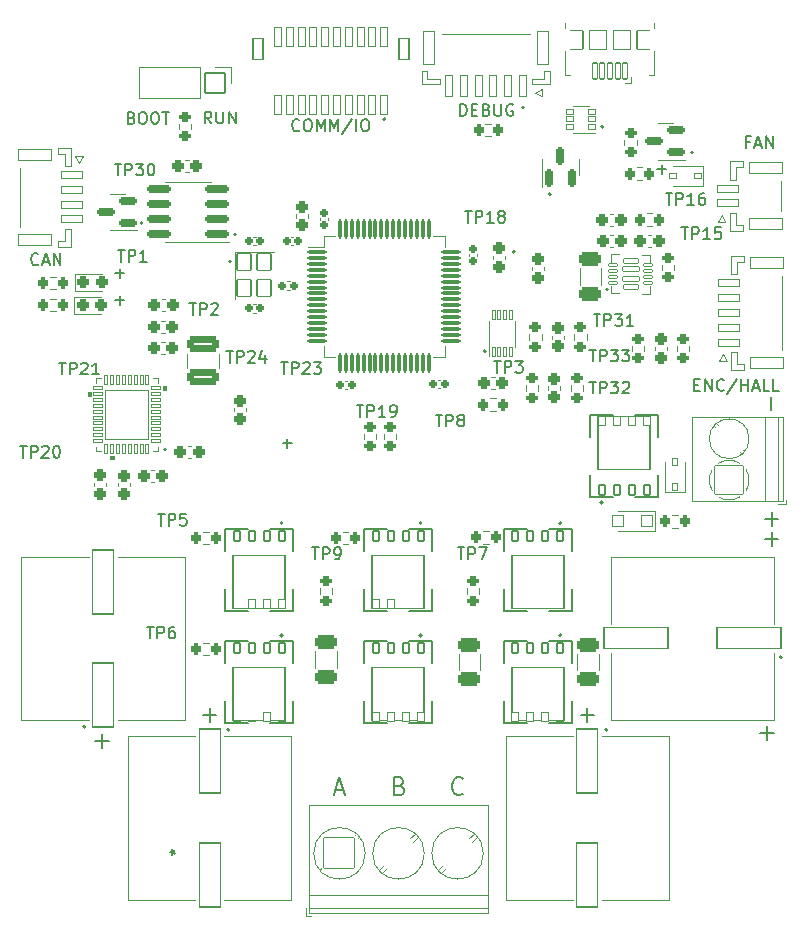
<source format=gto>
G04 #@! TF.GenerationSoftware,KiCad,Pcbnew,(6.0.2)*
G04 #@! TF.CreationDate,2022-07-28T14:34:32+02:00*
G04 #@! TF.ProjectId,progetto_motor_controller,70726f67-6574-4746-9f5f-6d6f746f725f,rev?*
G04 #@! TF.SameCoordinates,Original*
G04 #@! TF.FileFunction,Legend,Top*
G04 #@! TF.FilePolarity,Positive*
%FSLAX46Y46*%
G04 Gerber Fmt 4.6, Leading zero omitted, Abs format (unit mm)*
G04 Created by KiCad (PCBNEW (6.0.2)) date 2022-07-28 14:34:32*
%MOMM*%
%LPD*%
G01*
G04 APERTURE LIST*
G04 Aperture macros list*
%AMRoundRect*
0 Rectangle with rounded corners*
0 $1 Rounding radius*
0 $2 $3 $4 $5 $6 $7 $8 $9 X,Y pos of 4 corners*
0 Add a 4 corners polygon primitive as box body*
4,1,4,$2,$3,$4,$5,$6,$7,$8,$9,$2,$3,0*
0 Add four circle primitives for the rounded corners*
1,1,$1+$1,$2,$3*
1,1,$1+$1,$4,$5*
1,1,$1+$1,$6,$7*
1,1,$1+$1,$8,$9*
0 Add four rect primitives between the rounded corners*
20,1,$1+$1,$2,$3,$4,$5,0*
20,1,$1+$1,$4,$5,$6,$7,0*
20,1,$1+$1,$6,$7,$8,$9,0*
20,1,$1+$1,$8,$9,$2,$3,0*%
%AMFreePoly0*
4,1,14,0.305355,0.140355,0.320000,0.105000,0.320000,0.070500,0.304905,0.034700,0.124905,-0.140800,0.090000,-0.155000,-0.090000,-0.155000,-0.125355,-0.140355,-0.140000,-0.105000,-0.140000,0.105000,-0.125355,0.140355,-0.090000,0.155000,0.270000,0.155000,0.305355,0.140355,0.305355,0.140355,$1*%
%AMFreePoly1*
4,1,14,0.125355,0.140355,0.140000,0.105000,0.140000,-0.105000,0.125355,-0.140355,0.090000,-0.155000,-0.090000,-0.155000,-0.124905,-0.140800,-0.304905,0.034700,-0.320000,0.070500,-0.320000,0.105000,-0.305355,0.140355,-0.270000,0.155000,0.090000,0.155000,0.125355,0.140355,0.125355,0.140355,$1*%
G04 Aperture macros list end*
%ADD10C,0.200000*%
%ADD11C,0.153000*%
%ADD12C,0.150000*%
%ADD13C,0.120000*%
%ADD14C,0.100000*%
%ADD15C,0.650000*%
%ADD16C,0.296000*%
%ADD17RoundRect,0.250000X0.275000X-0.200000X0.275000X0.200000X-0.275000X0.200000X-0.275000X-0.200000X0*%
%ADD18RoundRect,0.268750X-0.218750X-0.256250X0.218750X-0.256250X0.218750X0.256250X-0.218750X0.256250X0*%
%ADD19RoundRect,0.050000X0.898499X-2.701899X0.898499X2.701899X-0.898499X2.701899X-0.898499X-2.701899X0*%
%ADD20RoundRect,0.050000X0.200000X0.675000X-0.200000X0.675000X-0.200000X-0.675000X0.200000X-0.675000X0*%
%ADD21O,1.350000X1.050000*%
%ADD22RoundRect,0.050000X0.600000X0.775000X-0.600000X0.775000X-0.600000X-0.775000X0.600000X-0.775000X0*%
%ADD23O,0.990000X1.650000*%
%ADD24RoundRect,0.050000X0.750000X0.775000X-0.750000X0.775000X-0.750000X-0.775000X0.750000X-0.775000X0*%
%ADD25RoundRect,0.250000X0.200000X0.275000X-0.200000X0.275000X-0.200000X-0.275000X0.200000X-0.275000X0*%
%ADD26RoundRect,0.050000X0.500000X0.500000X-0.500000X0.500000X-0.500000X-0.500000X0.500000X-0.500000X0*%
%ADD27RoundRect,0.300000X0.650000X-0.325000X0.650000X0.325000X-0.650000X0.325000X-0.650000X-0.325000X0*%
%ADD28C,1.100000*%
%ADD29RoundRect,0.250000X-0.200000X-0.275000X0.200000X-0.275000X0.200000X0.275000X-0.200000X0.275000X0*%
%ADD30RoundRect,0.050000X2.701899X0.898499X-2.701899X0.898499X-2.701899X-0.898499X2.701899X-0.898499X0*%
%ADD31RoundRect,0.190000X-0.140000X-0.170000X0.140000X-0.170000X0.140000X0.170000X-0.140000X0.170000X0*%
%ADD32RoundRect,0.050000X0.300000X0.400000X-0.300000X0.400000X-0.300000X-0.400000X0.300000X-0.400000X0*%
%ADD33RoundRect,0.050000X2.205000X2.275000X-2.205000X2.275000X-2.205000X-2.275000X2.205000X-2.275000X0*%
%ADD34RoundRect,0.050000X0.250000X0.425000X-0.250000X0.425000X-0.250000X-0.425000X0.250000X-0.425000X0*%
%ADD35RoundRect,0.300000X-1.075000X0.375000X-1.075000X-0.375000X1.075000X-0.375000X1.075000X0.375000X0*%
%ADD36RoundRect,0.275000X-0.225000X-0.250000X0.225000X-0.250000X0.225000X0.250000X-0.225000X0.250000X0*%
%ADD37RoundRect,0.275000X0.250000X-0.225000X0.250000X0.225000X-0.250000X0.225000X-0.250000X-0.225000X0*%
%ADD38RoundRect,0.050000X0.700000X-0.195000X0.700000X0.195000X-0.700000X0.195000X-0.700000X-0.195000X0*%
%ADD39RoundRect,0.050000X0.350000X-0.125000X0.350000X0.125000X-0.350000X0.125000X-0.350000X-0.125000X0*%
%ADD40RoundRect,0.050000X0.625000X-0.195000X0.625000X0.195000X-0.625000X0.195000X-0.625000X-0.195000X0*%
%ADD41RoundRect,0.275000X0.225000X0.250000X-0.225000X0.250000X-0.225000X-0.250000X0.225000X-0.250000X0*%
%ADD42RoundRect,0.050000X-0.150000X-0.400000X0.150000X-0.400000X0.150000X0.400000X-0.150000X0.400000X0*%
%ADD43RoundRect,0.250000X-0.275000X0.200000X-0.275000X-0.200000X0.275000X-0.200000X0.275000X0.200000X0*%
%ADD44C,0.900000*%
%ADD45C,6.500000*%
%ADD46RoundRect,0.050000X0.325000X0.200000X-0.325000X0.200000X-0.325000X-0.200000X0.325000X-0.200000X0*%
%ADD47RoundRect,0.190000X-0.170000X0.140000X-0.170000X-0.140000X0.170000X-0.140000X0.170000X0.140000X0*%
%ADD48RoundRect,0.050000X0.300000X0.225000X-0.300000X0.225000X-0.300000X-0.225000X0.300000X-0.225000X0*%
%ADD49RoundRect,0.050000X1.200000X-1.200000X1.200000X1.200000X-1.200000X1.200000X-1.200000X-1.200000X0*%
%ADD50C,2.500000*%
%ADD51RoundRect,0.125000X-0.700000X-0.075000X0.700000X-0.075000X0.700000X0.075000X-0.700000X0.075000X0*%
%ADD52RoundRect,0.125000X-0.075000X-0.700000X0.075000X-0.700000X0.075000X0.700000X-0.075000X0.700000X0*%
%ADD53RoundRect,0.050000X1.400000X-0.500000X1.400000X0.500000X-1.400000X0.500000X-1.400000X-0.500000X0*%
%ADD54RoundRect,0.050000X0.900000X-0.300000X0.900000X0.300000X-0.900000X0.300000X-0.900000X-0.300000X0*%
%ADD55RoundRect,0.190000X0.170000X-0.140000X0.170000X0.140000X-0.170000X0.140000X-0.170000X-0.140000X0*%
%ADD56RoundRect,0.200000X0.587500X0.150000X-0.587500X0.150000X-0.587500X-0.150000X0.587500X-0.150000X0*%
%ADD57RoundRect,0.050000X-1.400000X0.500000X-1.400000X-0.500000X1.400000X-0.500000X1.400000X0.500000X0*%
%ADD58RoundRect,0.050000X-0.900000X0.300000X-0.900000X-0.300000X0.900000X-0.300000X0.900000X0.300000X0*%
%ADD59RoundRect,0.050000X0.225000X-0.300000X0.225000X0.300000X-0.225000X0.300000X-0.225000X-0.300000X0*%
%ADD60RoundRect,0.200000X0.150000X-0.587500X0.150000X0.587500X-0.150000X0.587500X-0.150000X-0.587500X0*%
%ADD61RoundRect,0.190000X0.140000X0.170000X-0.140000X0.170000X-0.140000X-0.170000X0.140000X-0.170000X0*%
%ADD62RoundRect,0.050000X-0.898499X2.701899X-0.898499X-2.701899X0.898499X-2.701899X0.898499X2.701899X0*%
%ADD63RoundRect,0.050000X0.425000X0.900000X-0.425000X0.900000X-0.425000X-0.900000X0.425000X-0.900000X0*%
%ADD64RoundRect,0.050000X-0.300000X-0.800000X0.300000X-0.800000X0.300000X0.800000X-0.300000X0.800000X0*%
%ADD65RoundRect,0.050000X0.300000X0.800000X-0.300000X0.800000X-0.300000X-0.800000X0.300000X-0.800000X0*%
%ADD66RoundRect,0.275000X-0.250000X0.225000X-0.250000X-0.225000X0.250000X-0.225000X0.250000X0.225000X0*%
%ADD67RoundRect,0.050000X-1.300000X-1.300000X1.300000X-1.300000X1.300000X1.300000X-1.300000X1.300000X0*%
%ADD68C,2.700000*%
%ADD69RoundRect,0.050000X0.500000X1.400000X-0.500000X1.400000X-0.500000X-1.400000X0.500000X-1.400000X0*%
%ADD70RoundRect,0.050000X0.300000X0.900000X-0.300000X0.900000X-0.300000X-0.900000X0.300000X-0.900000X0*%
%ADD71RoundRect,0.050000X-0.850000X0.850000X-0.850000X-0.850000X0.850000X-0.850000X0.850000X0.850000X0*%
%ADD72O,1.800000X1.800000*%
%ADD73RoundRect,0.050000X-0.600000X0.700000X-0.600000X-0.700000X0.600000X-0.700000X0.600000X0.700000X0*%
%ADD74RoundRect,0.050000X-0.378599X0.127400X-0.378599X-0.127400X0.378599X-0.127400X0.378599X0.127400X0*%
%ADD75RoundRect,0.050000X0.127400X0.378599X-0.127400X0.378599X-0.127400X-0.378599X0.127400X-0.378599X0*%
%ADD76RoundRect,0.050000X1.854200X2.095500X-1.854200X2.095500X-1.854200X-2.095500X1.854200X-2.095500X0*%
%ADD77RoundRect,0.050000X-2.205000X-2.275000X2.205000X-2.275000X2.205000X2.275000X-2.205000X2.275000X0*%
%ADD78RoundRect,0.050000X-0.300000X-0.400000X0.300000X-0.400000X0.300000X0.400000X-0.300000X0.400000X0*%
%ADD79RoundRect,0.050000X-0.250000X-0.425000X0.250000X-0.425000X0.250000X0.425000X-0.250000X0.425000X0*%
%ADD80RoundRect,0.200000X0.825000X0.150000X-0.825000X0.150000X-0.825000X-0.150000X0.825000X-0.150000X0*%
%ADD81RoundRect,0.185000X0.135000X0.185000X-0.135000X0.185000X-0.135000X-0.185000X0.135000X-0.185000X0*%
%ADD82FreePoly0,0.000000*%
%ADD83FreePoly1,180.000000*%
%ADD84FreePoly0,180.000000*%
%ADD85FreePoly1,0.000000*%
%ADD86RoundRect,0.050000X0.000000X-0.339411X0.339411X0.000000X0.000000X0.339411X-0.339411X0.000000X0*%
G04 APERTURE END LIST*
D10*
X125850000Y-96200000D02*
G75*
G03*
X125850000Y-96200000I-100000J0D01*
G01*
X101850000Y-97050000D02*
G75*
G03*
X101850000Y-97050000I-100000J0D01*
G01*
X133350000Y-85650000D02*
G75*
G03*
X133350000Y-85650000I-100000J0D01*
G01*
X126650000Y-84000000D02*
G75*
G03*
X126650000Y-84000000I-100000J0D01*
G01*
X128900000Y-91350000D02*
G75*
G03*
X128900000Y-91350000I-100000J0D01*
G01*
X114900000Y-85000000D02*
G75*
G03*
X114900000Y-85000000I-100000J0D01*
G01*
X123400000Y-104650000D02*
G75*
G03*
X123400000Y-104650000I-100000J0D01*
G01*
X102250000Y-94750000D02*
G75*
G03*
X102250000Y-94750000I-100000J0D01*
G01*
X140950000Y-87800000D02*
G75*
G03*
X140950000Y-87800000I-100000J0D01*
G01*
X94350000Y-93800000D02*
G75*
G03*
X94350000Y-93800000I-100000J0D01*
G01*
X147028571Y-120557142D02*
X148171428Y-120557142D01*
X147600000Y-121128571D02*
X147600000Y-119985714D01*
X147028571Y-118857142D02*
X148171428Y-118857142D01*
X147600000Y-119428571D02*
X147600000Y-118285714D01*
D11*
X106219047Y-112421428D02*
X106980952Y-112421428D01*
X106600000Y-112802380D02*
X106600000Y-112040476D01*
D10*
X99428571Y-135457142D02*
X100571428Y-135457142D01*
X100000000Y-136028571D02*
X100000000Y-134885714D01*
X121464285Y-142085714D02*
X121392857Y-142157142D01*
X121178571Y-142228571D01*
X121035714Y-142228571D01*
X120821428Y-142157142D01*
X120678571Y-142014285D01*
X120607142Y-141871428D01*
X120535714Y-141585714D01*
X120535714Y-141371428D01*
X120607142Y-141085714D01*
X120678571Y-140942857D01*
X120821428Y-140800000D01*
X121035714Y-140728571D01*
X121178571Y-140728571D01*
X121392857Y-140800000D01*
X121464285Y-140871428D01*
X116107142Y-141442857D02*
X116321428Y-141514285D01*
X116392857Y-141585714D01*
X116464285Y-141728571D01*
X116464285Y-141942857D01*
X116392857Y-142085714D01*
X116321428Y-142157142D01*
X116178571Y-142228571D01*
X115607142Y-142228571D01*
X115607142Y-140728571D01*
X116107142Y-140728571D01*
X116250000Y-140800000D01*
X116321428Y-140871428D01*
X116392857Y-141014285D01*
X116392857Y-141157142D01*
X116321428Y-141300000D01*
X116250000Y-141371428D01*
X116107142Y-141442857D01*
X115607142Y-141442857D01*
D11*
X137919047Y-89221428D02*
X138680952Y-89221428D01*
X138300000Y-89602380D02*
X138300000Y-88840476D01*
D10*
X90328571Y-137657142D02*
X91471428Y-137657142D01*
X90900000Y-138228571D02*
X90900000Y-137085714D01*
X121211904Y-84702380D02*
X121211904Y-83702380D01*
X121450000Y-83702380D01*
X121592857Y-83750000D01*
X121688095Y-83845238D01*
X121735714Y-83940476D01*
X121783333Y-84130952D01*
X121783333Y-84273809D01*
X121735714Y-84464285D01*
X121688095Y-84559523D01*
X121592857Y-84654761D01*
X121450000Y-84702380D01*
X121211904Y-84702380D01*
X122211904Y-84178571D02*
X122545238Y-84178571D01*
X122688095Y-84702380D02*
X122211904Y-84702380D01*
X122211904Y-83702380D01*
X122688095Y-83702380D01*
X123450000Y-84178571D02*
X123592857Y-84226190D01*
X123640476Y-84273809D01*
X123688095Y-84369047D01*
X123688095Y-84511904D01*
X123640476Y-84607142D01*
X123592857Y-84654761D01*
X123497619Y-84702380D01*
X123116666Y-84702380D01*
X123116666Y-83702380D01*
X123450000Y-83702380D01*
X123545238Y-83750000D01*
X123592857Y-83797619D01*
X123640476Y-83892857D01*
X123640476Y-83988095D01*
X123592857Y-84083333D01*
X123545238Y-84130952D01*
X123450000Y-84178571D01*
X123116666Y-84178571D01*
X124116666Y-83702380D02*
X124116666Y-84511904D01*
X124164285Y-84607142D01*
X124211904Y-84654761D01*
X124307142Y-84702380D01*
X124497619Y-84702380D01*
X124592857Y-84654761D01*
X124640476Y-84607142D01*
X124688095Y-84511904D01*
X124688095Y-83702380D01*
X125688095Y-83750000D02*
X125592857Y-83702380D01*
X125450000Y-83702380D01*
X125307142Y-83750000D01*
X125211904Y-83845238D01*
X125164285Y-83940476D01*
X125116666Y-84130952D01*
X125116666Y-84273809D01*
X125164285Y-84464285D01*
X125211904Y-84559523D01*
X125307142Y-84654761D01*
X125450000Y-84702380D01*
X125545238Y-84702380D01*
X125688095Y-84654761D01*
X125735714Y-84607142D01*
X125735714Y-84273809D01*
X125545238Y-84273809D01*
D11*
X92019047Y-100321428D02*
X92780952Y-100321428D01*
X92400000Y-100702380D02*
X92400000Y-99940476D01*
X92019047Y-98021428D02*
X92780952Y-98021428D01*
X92400000Y-98402380D02*
X92400000Y-97640476D01*
D10*
X107607142Y-85907142D02*
X107559523Y-85954761D01*
X107416666Y-86002380D01*
X107321428Y-86002380D01*
X107178571Y-85954761D01*
X107083333Y-85859523D01*
X107035714Y-85764285D01*
X106988095Y-85573809D01*
X106988095Y-85430952D01*
X107035714Y-85240476D01*
X107083333Y-85145238D01*
X107178571Y-85050000D01*
X107321428Y-85002380D01*
X107416666Y-85002380D01*
X107559523Y-85050000D01*
X107607142Y-85097619D01*
X108226190Y-85002380D02*
X108416666Y-85002380D01*
X108511904Y-85050000D01*
X108607142Y-85145238D01*
X108654761Y-85335714D01*
X108654761Y-85669047D01*
X108607142Y-85859523D01*
X108511904Y-85954761D01*
X108416666Y-86002380D01*
X108226190Y-86002380D01*
X108130952Y-85954761D01*
X108035714Y-85859523D01*
X107988095Y-85669047D01*
X107988095Y-85335714D01*
X108035714Y-85145238D01*
X108130952Y-85050000D01*
X108226190Y-85002380D01*
X109083333Y-86002380D02*
X109083333Y-85002380D01*
X109416666Y-85716666D01*
X109750000Y-85002380D01*
X109750000Y-86002380D01*
X110226190Y-86002380D02*
X110226190Y-85002380D01*
X110559523Y-85716666D01*
X110892857Y-85002380D01*
X110892857Y-86002380D01*
X112083333Y-84954761D02*
X111226190Y-86240476D01*
X112416666Y-86002380D02*
X112416666Y-85002380D01*
X113083333Y-85002380D02*
X113273809Y-85002380D01*
X113369047Y-85050000D01*
X113464285Y-85145238D01*
X113511904Y-85335714D01*
X113511904Y-85669047D01*
X113464285Y-85859523D01*
X113369047Y-85954761D01*
X113273809Y-86002380D01*
X113083333Y-86002380D01*
X112988095Y-85954761D01*
X112892857Y-85859523D01*
X112845238Y-85669047D01*
X112845238Y-85335714D01*
X112892857Y-85145238D01*
X112988095Y-85050000D01*
X113083333Y-85002380D01*
X145740476Y-86928571D02*
X145407142Y-86928571D01*
X145407142Y-87452380D02*
X145407142Y-86452380D01*
X145883333Y-86452380D01*
X146216666Y-87166666D02*
X146692857Y-87166666D01*
X146121428Y-87452380D02*
X146454761Y-86452380D01*
X146788095Y-87452380D01*
X147121428Y-87452380D02*
X147121428Y-86452380D01*
X147692857Y-87452380D01*
X147692857Y-86452380D01*
X146628571Y-136957142D02*
X147771428Y-136957142D01*
X147200000Y-137528571D02*
X147200000Y-136385714D01*
X100161904Y-85352380D02*
X99828571Y-84876190D01*
X99590476Y-85352380D02*
X99590476Y-84352380D01*
X99971428Y-84352380D01*
X100066666Y-84400000D01*
X100114285Y-84447619D01*
X100161904Y-84542857D01*
X100161904Y-84685714D01*
X100114285Y-84780952D01*
X100066666Y-84828571D01*
X99971428Y-84876190D01*
X99590476Y-84876190D01*
X100590476Y-84352380D02*
X100590476Y-85161904D01*
X100638095Y-85257142D01*
X100685714Y-85304761D01*
X100780952Y-85352380D01*
X100971428Y-85352380D01*
X101066666Y-85304761D01*
X101114285Y-85257142D01*
X101161904Y-85161904D01*
X101161904Y-84352380D01*
X101638095Y-85352380D02*
X101638095Y-84352380D01*
X102209523Y-85352380D01*
X102209523Y-84352380D01*
X85507142Y-97257142D02*
X85459523Y-97304761D01*
X85316666Y-97352380D01*
X85221428Y-97352380D01*
X85078571Y-97304761D01*
X84983333Y-97209523D01*
X84935714Y-97114285D01*
X84888095Y-96923809D01*
X84888095Y-96780952D01*
X84935714Y-96590476D01*
X84983333Y-96495238D01*
X85078571Y-96400000D01*
X85221428Y-96352380D01*
X85316666Y-96352380D01*
X85459523Y-96400000D01*
X85507142Y-96447619D01*
X85888095Y-97066666D02*
X86364285Y-97066666D01*
X85792857Y-97352380D02*
X86126190Y-96352380D01*
X86459523Y-97352380D01*
X86792857Y-97352380D02*
X86792857Y-96352380D01*
X87364285Y-97352380D01*
X87364285Y-96352380D01*
X131428571Y-135457142D02*
X132571428Y-135457142D01*
X132000000Y-136028571D02*
X132000000Y-134885714D01*
X93392857Y-84878571D02*
X93535714Y-84926190D01*
X93583333Y-84973809D01*
X93630952Y-85069047D01*
X93630952Y-85211904D01*
X93583333Y-85307142D01*
X93535714Y-85354761D01*
X93440476Y-85402380D01*
X93059523Y-85402380D01*
X93059523Y-84402380D01*
X93392857Y-84402380D01*
X93488095Y-84450000D01*
X93535714Y-84497619D01*
X93583333Y-84592857D01*
X93583333Y-84688095D01*
X93535714Y-84783333D01*
X93488095Y-84830952D01*
X93392857Y-84878571D01*
X93059523Y-84878571D01*
X94250000Y-84402380D02*
X94440476Y-84402380D01*
X94535714Y-84450000D01*
X94630952Y-84545238D01*
X94678571Y-84735714D01*
X94678571Y-85069047D01*
X94630952Y-85259523D01*
X94535714Y-85354761D01*
X94440476Y-85402380D01*
X94250000Y-85402380D01*
X94154761Y-85354761D01*
X94059523Y-85259523D01*
X94011904Y-85069047D01*
X94011904Y-84735714D01*
X94059523Y-84545238D01*
X94154761Y-84450000D01*
X94250000Y-84402380D01*
X95297619Y-84402380D02*
X95488095Y-84402380D01*
X95583333Y-84450000D01*
X95678571Y-84545238D01*
X95726190Y-84735714D01*
X95726190Y-85069047D01*
X95678571Y-85259523D01*
X95583333Y-85354761D01*
X95488095Y-85402380D01*
X95297619Y-85402380D01*
X95202380Y-85354761D01*
X95107142Y-85259523D01*
X95059523Y-85069047D01*
X95059523Y-84735714D01*
X95107142Y-84545238D01*
X95202380Y-84450000D01*
X95297619Y-84402380D01*
X96011904Y-84402380D02*
X96583333Y-84402380D01*
X96297619Y-85402380D02*
X96297619Y-84402380D01*
X147507142Y-109621428D02*
X147507142Y-108478571D01*
X141026190Y-107478571D02*
X141359523Y-107478571D01*
X141502380Y-108002380D02*
X141026190Y-108002380D01*
X141026190Y-107002380D01*
X141502380Y-107002380D01*
X141930952Y-108002380D02*
X141930952Y-107002380D01*
X142502380Y-108002380D01*
X142502380Y-107002380D01*
X143550000Y-107907142D02*
X143502380Y-107954761D01*
X143359523Y-108002380D01*
X143264285Y-108002380D01*
X143121428Y-107954761D01*
X143026190Y-107859523D01*
X142978571Y-107764285D01*
X142930952Y-107573809D01*
X142930952Y-107430952D01*
X142978571Y-107240476D01*
X143026190Y-107145238D01*
X143121428Y-107050000D01*
X143264285Y-107002380D01*
X143359523Y-107002380D01*
X143502380Y-107050000D01*
X143550000Y-107097619D01*
X144692857Y-106954761D02*
X143835714Y-108240476D01*
X145026190Y-108002380D02*
X145026190Y-107002380D01*
X145026190Y-107478571D02*
X145597619Y-107478571D01*
X145597619Y-108002380D02*
X145597619Y-107002380D01*
X146026190Y-107716666D02*
X146502380Y-107716666D01*
X145930952Y-108002380D02*
X146264285Y-107002380D01*
X146597619Y-108002380D01*
X147407142Y-108002380D02*
X146930952Y-108002380D01*
X146930952Y-107002380D01*
X148216666Y-108002380D02*
X147740476Y-108002380D01*
X147740476Y-107002380D01*
X110642857Y-141800000D02*
X111357142Y-141800000D01*
X110500000Y-142228571D02*
X111000000Y-140728571D01*
X111500000Y-142228571D01*
D11*
X119138095Y-110002380D02*
X119709523Y-110002380D01*
X119423809Y-111002380D02*
X119423809Y-110002380D01*
X120042857Y-111002380D02*
X120042857Y-110002380D01*
X120423809Y-110002380D01*
X120519047Y-110050000D01*
X120566666Y-110097619D01*
X120614285Y-110192857D01*
X120614285Y-110335714D01*
X120566666Y-110430952D01*
X120519047Y-110478571D01*
X120423809Y-110526190D01*
X120042857Y-110526190D01*
X121185714Y-110430952D02*
X121090476Y-110383333D01*
X121042857Y-110335714D01*
X120995238Y-110240476D01*
X120995238Y-110192857D01*
X121042857Y-110097619D01*
X121090476Y-110050000D01*
X121185714Y-110002380D01*
X121376190Y-110002380D01*
X121471428Y-110050000D01*
X121519047Y-110097619D01*
X121566666Y-110192857D01*
X121566666Y-110240476D01*
X121519047Y-110335714D01*
X121471428Y-110383333D01*
X121376190Y-110430952D01*
X121185714Y-110430952D01*
X121090476Y-110478571D01*
X121042857Y-110526190D01*
X120995238Y-110621428D01*
X120995238Y-110811904D01*
X121042857Y-110907142D01*
X121090476Y-110954761D01*
X121185714Y-111002380D01*
X121376190Y-111002380D01*
X121471428Y-110954761D01*
X121519047Y-110907142D01*
X121566666Y-110811904D01*
X121566666Y-110621428D01*
X121519047Y-110526190D01*
X121471428Y-110478571D01*
X121376190Y-110430952D01*
X139961904Y-94152380D02*
X140533333Y-94152380D01*
X140247619Y-95152380D02*
X140247619Y-94152380D01*
X140866666Y-95152380D02*
X140866666Y-94152380D01*
X141247619Y-94152380D01*
X141342857Y-94200000D01*
X141390476Y-94247619D01*
X141438095Y-94342857D01*
X141438095Y-94485714D01*
X141390476Y-94580952D01*
X141342857Y-94628571D01*
X141247619Y-94676190D01*
X140866666Y-94676190D01*
X142390476Y-95152380D02*
X141819047Y-95152380D01*
X142104761Y-95152380D02*
X142104761Y-94152380D01*
X142009523Y-94295238D01*
X141914285Y-94390476D01*
X141819047Y-94438095D01*
X143295238Y-94152380D02*
X142819047Y-94152380D01*
X142771428Y-94628571D01*
X142819047Y-94580952D01*
X142914285Y-94533333D01*
X143152380Y-94533333D01*
X143247619Y-94580952D01*
X143295238Y-94628571D01*
X143342857Y-94723809D01*
X143342857Y-94961904D01*
X143295238Y-95057142D01*
X143247619Y-95104761D01*
X143152380Y-95152380D01*
X142914285Y-95152380D01*
X142819047Y-95104761D01*
X142771428Y-95057142D01*
D12*
X108688095Y-121252380D02*
X109259523Y-121252380D01*
X108973809Y-122252380D02*
X108973809Y-121252380D01*
X109592857Y-122252380D02*
X109592857Y-121252380D01*
X109973809Y-121252380D01*
X110069047Y-121300000D01*
X110116666Y-121347619D01*
X110164285Y-121442857D01*
X110164285Y-121585714D01*
X110116666Y-121680952D01*
X110069047Y-121728571D01*
X109973809Y-121776190D01*
X109592857Y-121776190D01*
X110640476Y-122252380D02*
X110830952Y-122252380D01*
X110926190Y-122204761D01*
X110973809Y-122157142D01*
X111069047Y-122014285D01*
X111116666Y-121823809D01*
X111116666Y-121442857D01*
X111069047Y-121347619D01*
X111021428Y-121300000D01*
X110926190Y-121252380D01*
X110735714Y-121252380D01*
X110640476Y-121300000D01*
X110592857Y-121347619D01*
X110545238Y-121442857D01*
X110545238Y-121680952D01*
X110592857Y-121776190D01*
X110640476Y-121823809D01*
X110735714Y-121871428D01*
X110926190Y-121871428D01*
X111021428Y-121823809D01*
X111069047Y-121776190D01*
X111116666Y-121680952D01*
D11*
X112461904Y-109202380D02*
X113033333Y-109202380D01*
X112747619Y-110202380D02*
X112747619Y-109202380D01*
X113366666Y-110202380D02*
X113366666Y-109202380D01*
X113747619Y-109202380D01*
X113842857Y-109250000D01*
X113890476Y-109297619D01*
X113938095Y-109392857D01*
X113938095Y-109535714D01*
X113890476Y-109630952D01*
X113842857Y-109678571D01*
X113747619Y-109726190D01*
X113366666Y-109726190D01*
X114890476Y-110202380D02*
X114319047Y-110202380D01*
X114604761Y-110202380D02*
X114604761Y-109202380D01*
X114509523Y-109345238D01*
X114414285Y-109440476D01*
X114319047Y-109488095D01*
X115366666Y-110202380D02*
X115557142Y-110202380D01*
X115652380Y-110154761D01*
X115700000Y-110107142D01*
X115795238Y-109964285D01*
X115842857Y-109773809D01*
X115842857Y-109392857D01*
X115795238Y-109297619D01*
X115747619Y-109250000D01*
X115652380Y-109202380D01*
X115461904Y-109202380D01*
X115366666Y-109250000D01*
X115319047Y-109297619D01*
X115271428Y-109392857D01*
X115271428Y-109630952D01*
X115319047Y-109726190D01*
X115366666Y-109773809D01*
X115461904Y-109821428D01*
X115652380Y-109821428D01*
X115747619Y-109773809D01*
X115795238Y-109726190D01*
X115842857Y-109630952D01*
X132161904Y-104502380D02*
X132733333Y-104502380D01*
X132447619Y-105502380D02*
X132447619Y-104502380D01*
X133066666Y-105502380D02*
X133066666Y-104502380D01*
X133447619Y-104502380D01*
X133542857Y-104550000D01*
X133590476Y-104597619D01*
X133638095Y-104692857D01*
X133638095Y-104835714D01*
X133590476Y-104930952D01*
X133542857Y-104978571D01*
X133447619Y-105026190D01*
X133066666Y-105026190D01*
X133971428Y-104502380D02*
X134590476Y-104502380D01*
X134257142Y-104883333D01*
X134400000Y-104883333D01*
X134495238Y-104930952D01*
X134542857Y-104978571D01*
X134590476Y-105073809D01*
X134590476Y-105311904D01*
X134542857Y-105407142D01*
X134495238Y-105454761D01*
X134400000Y-105502380D01*
X134114285Y-105502380D01*
X134019047Y-105454761D01*
X133971428Y-105407142D01*
X134923809Y-104502380D02*
X135542857Y-104502380D01*
X135209523Y-104883333D01*
X135352380Y-104883333D01*
X135447619Y-104930952D01*
X135495238Y-104978571D01*
X135542857Y-105073809D01*
X135542857Y-105311904D01*
X135495238Y-105407142D01*
X135447619Y-105454761D01*
X135352380Y-105502380D01*
X135066666Y-105502380D01*
X134971428Y-105454761D01*
X134923809Y-105407142D01*
X91961904Y-88752380D02*
X92533333Y-88752380D01*
X92247619Y-89752380D02*
X92247619Y-88752380D01*
X92866666Y-89752380D02*
X92866666Y-88752380D01*
X93247619Y-88752380D01*
X93342857Y-88800000D01*
X93390476Y-88847619D01*
X93438095Y-88942857D01*
X93438095Y-89085714D01*
X93390476Y-89180952D01*
X93342857Y-89228571D01*
X93247619Y-89276190D01*
X92866666Y-89276190D01*
X93771428Y-88752380D02*
X94390476Y-88752380D01*
X94057142Y-89133333D01*
X94200000Y-89133333D01*
X94295238Y-89180952D01*
X94342857Y-89228571D01*
X94390476Y-89323809D01*
X94390476Y-89561904D01*
X94342857Y-89657142D01*
X94295238Y-89704761D01*
X94200000Y-89752380D01*
X93914285Y-89752380D01*
X93819047Y-89704761D01*
X93771428Y-89657142D01*
X95009523Y-88752380D02*
X95104761Y-88752380D01*
X95200000Y-88800000D01*
X95247619Y-88847619D01*
X95295238Y-88942857D01*
X95342857Y-89133333D01*
X95342857Y-89371428D01*
X95295238Y-89561904D01*
X95247619Y-89657142D01*
X95200000Y-89704761D01*
X95104761Y-89752380D01*
X95009523Y-89752380D01*
X94914285Y-89704761D01*
X94866666Y-89657142D01*
X94819047Y-89561904D01*
X94771428Y-89371428D01*
X94771428Y-89133333D01*
X94819047Y-88942857D01*
X94866666Y-88847619D01*
X94914285Y-88800000D01*
X95009523Y-88752380D01*
X121013095Y-121252380D02*
X121584523Y-121252380D01*
X121298809Y-122252380D02*
X121298809Y-121252380D01*
X121917857Y-122252380D02*
X121917857Y-121252380D01*
X122298809Y-121252380D01*
X122394047Y-121300000D01*
X122441666Y-121347619D01*
X122489285Y-121442857D01*
X122489285Y-121585714D01*
X122441666Y-121680952D01*
X122394047Y-121728571D01*
X122298809Y-121776190D01*
X121917857Y-121776190D01*
X122822619Y-121252380D02*
X123489285Y-121252380D01*
X123060714Y-122252380D01*
X95638095Y-118402380D02*
X96209523Y-118402380D01*
X95923809Y-119402380D02*
X95923809Y-118402380D01*
X96542857Y-119402380D02*
X96542857Y-118402380D01*
X96923809Y-118402380D01*
X97019047Y-118450000D01*
X97066666Y-118497619D01*
X97114285Y-118592857D01*
X97114285Y-118735714D01*
X97066666Y-118830952D01*
X97019047Y-118878571D01*
X96923809Y-118926190D01*
X96542857Y-118926190D01*
X98019047Y-118402380D02*
X97542857Y-118402380D01*
X97495238Y-118878571D01*
X97542857Y-118830952D01*
X97638095Y-118783333D01*
X97876190Y-118783333D01*
X97971428Y-118830952D01*
X98019047Y-118878571D01*
X98066666Y-118973809D01*
X98066666Y-119211904D01*
X98019047Y-119307142D01*
X97971428Y-119354761D01*
X97876190Y-119402380D01*
X97638095Y-119402380D01*
X97542857Y-119354761D01*
X97495238Y-119307142D01*
X138611904Y-91252380D02*
X139183333Y-91252380D01*
X138897619Y-92252380D02*
X138897619Y-91252380D01*
X139516666Y-92252380D02*
X139516666Y-91252380D01*
X139897619Y-91252380D01*
X139992857Y-91300000D01*
X140040476Y-91347619D01*
X140088095Y-91442857D01*
X140088095Y-91585714D01*
X140040476Y-91680952D01*
X139992857Y-91728571D01*
X139897619Y-91776190D01*
X139516666Y-91776190D01*
X141040476Y-92252380D02*
X140469047Y-92252380D01*
X140754761Y-92252380D02*
X140754761Y-91252380D01*
X140659523Y-91395238D01*
X140564285Y-91490476D01*
X140469047Y-91538095D01*
X141897619Y-91252380D02*
X141707142Y-91252380D01*
X141611904Y-91300000D01*
X141564285Y-91347619D01*
X141469047Y-91490476D01*
X141421428Y-91680952D01*
X141421428Y-92061904D01*
X141469047Y-92157142D01*
X141516666Y-92204761D01*
X141611904Y-92252380D01*
X141802380Y-92252380D01*
X141897619Y-92204761D01*
X141945238Y-92157142D01*
X141992857Y-92061904D01*
X141992857Y-91823809D01*
X141945238Y-91728571D01*
X141897619Y-91680952D01*
X141802380Y-91633333D01*
X141611904Y-91633333D01*
X141516666Y-91680952D01*
X141469047Y-91728571D01*
X141421428Y-91823809D01*
X94688095Y-127952380D02*
X95259523Y-127952380D01*
X94973809Y-128952380D02*
X94973809Y-127952380D01*
X95592857Y-128952380D02*
X95592857Y-127952380D01*
X95973809Y-127952380D01*
X96069047Y-128000000D01*
X96116666Y-128047619D01*
X96164285Y-128142857D01*
X96164285Y-128285714D01*
X96116666Y-128380952D01*
X96069047Y-128428571D01*
X95973809Y-128476190D01*
X95592857Y-128476190D01*
X97021428Y-127952380D02*
X96830952Y-127952380D01*
X96735714Y-128000000D01*
X96688095Y-128047619D01*
X96592857Y-128190476D01*
X96545238Y-128380952D01*
X96545238Y-128761904D01*
X96592857Y-128857142D01*
X96640476Y-128904761D01*
X96735714Y-128952380D01*
X96926190Y-128952380D01*
X97021428Y-128904761D01*
X97069047Y-128857142D01*
X97116666Y-128761904D01*
X97116666Y-128523809D01*
X97069047Y-128428571D01*
X97021428Y-128380952D01*
X96926190Y-128333333D01*
X96735714Y-128333333D01*
X96640476Y-128380952D01*
X96592857Y-128428571D01*
X96545238Y-128523809D01*
X132511904Y-101502380D02*
X133083333Y-101502380D01*
X132797619Y-102502380D02*
X132797619Y-101502380D01*
X133416666Y-102502380D02*
X133416666Y-101502380D01*
X133797619Y-101502380D01*
X133892857Y-101550000D01*
X133940476Y-101597619D01*
X133988095Y-101692857D01*
X133988095Y-101835714D01*
X133940476Y-101930952D01*
X133892857Y-101978571D01*
X133797619Y-102026190D01*
X133416666Y-102026190D01*
X134321428Y-101502380D02*
X134940476Y-101502380D01*
X134607142Y-101883333D01*
X134750000Y-101883333D01*
X134845238Y-101930952D01*
X134892857Y-101978571D01*
X134940476Y-102073809D01*
X134940476Y-102311904D01*
X134892857Y-102407142D01*
X134845238Y-102454761D01*
X134750000Y-102502380D01*
X134464285Y-102502380D01*
X134369047Y-102454761D01*
X134321428Y-102407142D01*
X135892857Y-102502380D02*
X135321428Y-102502380D01*
X135607142Y-102502380D02*
X135607142Y-101502380D01*
X135511904Y-101645238D01*
X135416666Y-101740476D01*
X135321428Y-101788095D01*
X87266904Y-105602380D02*
X87838333Y-105602380D01*
X87552619Y-106602380D02*
X87552619Y-105602380D01*
X88171666Y-106602380D02*
X88171666Y-105602380D01*
X88552619Y-105602380D01*
X88647857Y-105650000D01*
X88695476Y-105697619D01*
X88743095Y-105792857D01*
X88743095Y-105935714D01*
X88695476Y-106030952D01*
X88647857Y-106078571D01*
X88552619Y-106126190D01*
X88171666Y-106126190D01*
X89124047Y-105697619D02*
X89171666Y-105650000D01*
X89266904Y-105602380D01*
X89505000Y-105602380D01*
X89600238Y-105650000D01*
X89647857Y-105697619D01*
X89695476Y-105792857D01*
X89695476Y-105888095D01*
X89647857Y-106030952D01*
X89076428Y-106602380D01*
X89695476Y-106602380D01*
X90647857Y-106602380D02*
X90076428Y-106602380D01*
X90362142Y-106602380D02*
X90362142Y-105602380D01*
X90266904Y-105745238D01*
X90171666Y-105840476D01*
X90076428Y-105888095D01*
D12*
X83961904Y-112652380D02*
X84533333Y-112652380D01*
X84247619Y-113652380D02*
X84247619Y-112652380D01*
X84866666Y-113652380D02*
X84866666Y-112652380D01*
X85247619Y-112652380D01*
X85342857Y-112700000D01*
X85390476Y-112747619D01*
X85438095Y-112842857D01*
X85438095Y-112985714D01*
X85390476Y-113080952D01*
X85342857Y-113128571D01*
X85247619Y-113176190D01*
X84866666Y-113176190D01*
X85819047Y-112747619D02*
X85866666Y-112700000D01*
X85961904Y-112652380D01*
X86200000Y-112652380D01*
X86295238Y-112700000D01*
X86342857Y-112747619D01*
X86390476Y-112842857D01*
X86390476Y-112938095D01*
X86342857Y-113080952D01*
X85771428Y-113652380D01*
X86390476Y-113652380D01*
X87009523Y-112652380D02*
X87104761Y-112652380D01*
X87200000Y-112700000D01*
X87247619Y-112747619D01*
X87295238Y-112842857D01*
X87342857Y-113033333D01*
X87342857Y-113271428D01*
X87295238Y-113461904D01*
X87247619Y-113557142D01*
X87200000Y-113604761D01*
X87104761Y-113652380D01*
X87009523Y-113652380D01*
X86914285Y-113604761D01*
X86866666Y-113557142D01*
X86819047Y-113461904D01*
X86771428Y-113271428D01*
X86771428Y-113033333D01*
X86819047Y-112842857D01*
X86866666Y-112747619D01*
X86914285Y-112700000D01*
X87009523Y-112652380D01*
D11*
X121616904Y-92752380D02*
X122188333Y-92752380D01*
X121902619Y-93752380D02*
X121902619Y-92752380D01*
X122521666Y-93752380D02*
X122521666Y-92752380D01*
X122902619Y-92752380D01*
X122997857Y-92800000D01*
X123045476Y-92847619D01*
X123093095Y-92942857D01*
X123093095Y-93085714D01*
X123045476Y-93180952D01*
X122997857Y-93228571D01*
X122902619Y-93276190D01*
X122521666Y-93276190D01*
X124045476Y-93752380D02*
X123474047Y-93752380D01*
X123759761Y-93752380D02*
X123759761Y-92752380D01*
X123664523Y-92895238D01*
X123569285Y-92990476D01*
X123474047Y-93038095D01*
X124616904Y-93180952D02*
X124521666Y-93133333D01*
X124474047Y-93085714D01*
X124426428Y-92990476D01*
X124426428Y-92942857D01*
X124474047Y-92847619D01*
X124521666Y-92800000D01*
X124616904Y-92752380D01*
X124807380Y-92752380D01*
X124902619Y-92800000D01*
X124950238Y-92847619D01*
X124997857Y-92942857D01*
X124997857Y-92990476D01*
X124950238Y-93085714D01*
X124902619Y-93133333D01*
X124807380Y-93180952D01*
X124616904Y-93180952D01*
X124521666Y-93228571D01*
X124474047Y-93276190D01*
X124426428Y-93371428D01*
X124426428Y-93561904D01*
X124474047Y-93657142D01*
X124521666Y-93704761D01*
X124616904Y-93752380D01*
X124807380Y-93752380D01*
X124902619Y-93704761D01*
X124950238Y-93657142D01*
X124997857Y-93561904D01*
X124997857Y-93371428D01*
X124950238Y-93276190D01*
X124902619Y-93228571D01*
X124807380Y-93180952D01*
X101411904Y-104602380D02*
X101983333Y-104602380D01*
X101697619Y-105602380D02*
X101697619Y-104602380D01*
X102316666Y-105602380D02*
X102316666Y-104602380D01*
X102697619Y-104602380D01*
X102792857Y-104650000D01*
X102840476Y-104697619D01*
X102888095Y-104792857D01*
X102888095Y-104935714D01*
X102840476Y-105030952D01*
X102792857Y-105078571D01*
X102697619Y-105126190D01*
X102316666Y-105126190D01*
X103269047Y-104697619D02*
X103316666Y-104650000D01*
X103411904Y-104602380D01*
X103650000Y-104602380D01*
X103745238Y-104650000D01*
X103792857Y-104697619D01*
X103840476Y-104792857D01*
X103840476Y-104888095D01*
X103792857Y-105030952D01*
X103221428Y-105602380D01*
X103840476Y-105602380D01*
X104697619Y-104935714D02*
X104697619Y-105602380D01*
X104459523Y-104554761D02*
X104221428Y-105269047D01*
X104840476Y-105269047D01*
X124088095Y-105452380D02*
X124659523Y-105452380D01*
X124373809Y-106452380D02*
X124373809Y-105452380D01*
X124992857Y-106452380D02*
X124992857Y-105452380D01*
X125373809Y-105452380D01*
X125469047Y-105500000D01*
X125516666Y-105547619D01*
X125564285Y-105642857D01*
X125564285Y-105785714D01*
X125516666Y-105880952D01*
X125469047Y-105928571D01*
X125373809Y-105976190D01*
X124992857Y-105976190D01*
X125897619Y-105452380D02*
X126516666Y-105452380D01*
X126183333Y-105833333D01*
X126326190Y-105833333D01*
X126421428Y-105880952D01*
X126469047Y-105928571D01*
X126516666Y-106023809D01*
X126516666Y-106261904D01*
X126469047Y-106357142D01*
X126421428Y-106404761D01*
X126326190Y-106452380D01*
X126040476Y-106452380D01*
X125945238Y-106404761D01*
X125897619Y-106357142D01*
X92238095Y-96052380D02*
X92809523Y-96052380D01*
X92523809Y-97052380D02*
X92523809Y-96052380D01*
X93142857Y-97052380D02*
X93142857Y-96052380D01*
X93523809Y-96052380D01*
X93619047Y-96100000D01*
X93666666Y-96147619D01*
X93714285Y-96242857D01*
X93714285Y-96385714D01*
X93666666Y-96480952D01*
X93619047Y-96528571D01*
X93523809Y-96576190D01*
X93142857Y-96576190D01*
X94666666Y-97052380D02*
X94095238Y-97052380D01*
X94380952Y-97052380D02*
X94380952Y-96052380D01*
X94285714Y-96195238D01*
X94190476Y-96290476D01*
X94095238Y-96338095D01*
X132161904Y-107202380D02*
X132733333Y-107202380D01*
X132447619Y-108202380D02*
X132447619Y-107202380D01*
X133066666Y-108202380D02*
X133066666Y-107202380D01*
X133447619Y-107202380D01*
X133542857Y-107250000D01*
X133590476Y-107297619D01*
X133638095Y-107392857D01*
X133638095Y-107535714D01*
X133590476Y-107630952D01*
X133542857Y-107678571D01*
X133447619Y-107726190D01*
X133066666Y-107726190D01*
X133971428Y-107202380D02*
X134590476Y-107202380D01*
X134257142Y-107583333D01*
X134400000Y-107583333D01*
X134495238Y-107630952D01*
X134542857Y-107678571D01*
X134590476Y-107773809D01*
X134590476Y-108011904D01*
X134542857Y-108107142D01*
X134495238Y-108154761D01*
X134400000Y-108202380D01*
X134114285Y-108202380D01*
X134019047Y-108154761D01*
X133971428Y-108107142D01*
X134971428Y-107297619D02*
X135019047Y-107250000D01*
X135114285Y-107202380D01*
X135352380Y-107202380D01*
X135447619Y-107250000D01*
X135495238Y-107297619D01*
X135542857Y-107392857D01*
X135542857Y-107488095D01*
X135495238Y-107630952D01*
X134923809Y-108202380D01*
X135542857Y-108202380D01*
X98288095Y-100552380D02*
X98859523Y-100552380D01*
X98573809Y-101552380D02*
X98573809Y-100552380D01*
X99192857Y-101552380D02*
X99192857Y-100552380D01*
X99573809Y-100552380D01*
X99669047Y-100600000D01*
X99716666Y-100647619D01*
X99764285Y-100742857D01*
X99764285Y-100885714D01*
X99716666Y-100980952D01*
X99669047Y-101028571D01*
X99573809Y-101076190D01*
X99192857Y-101076190D01*
X100145238Y-100647619D02*
X100192857Y-100600000D01*
X100288095Y-100552380D01*
X100526190Y-100552380D01*
X100621428Y-100600000D01*
X100669047Y-100647619D01*
X100716666Y-100742857D01*
X100716666Y-100838095D01*
X100669047Y-100980952D01*
X100097619Y-101552380D01*
X100716666Y-101552380D01*
X106061904Y-105552380D02*
X106633333Y-105552380D01*
X106347619Y-106552380D02*
X106347619Y-105552380D01*
X106966666Y-106552380D02*
X106966666Y-105552380D01*
X107347619Y-105552380D01*
X107442857Y-105600000D01*
X107490476Y-105647619D01*
X107538095Y-105742857D01*
X107538095Y-105885714D01*
X107490476Y-105980952D01*
X107442857Y-106028571D01*
X107347619Y-106076190D01*
X106966666Y-106076190D01*
X107919047Y-105647619D02*
X107966666Y-105600000D01*
X108061904Y-105552380D01*
X108300000Y-105552380D01*
X108395238Y-105600000D01*
X108442857Y-105647619D01*
X108490476Y-105742857D01*
X108490476Y-105838095D01*
X108442857Y-105980952D01*
X107871428Y-106552380D01*
X108490476Y-106552380D01*
X108823809Y-105552380D02*
X109442857Y-105552380D01*
X109109523Y-105933333D01*
X109252380Y-105933333D01*
X109347619Y-105980952D01*
X109395238Y-106028571D01*
X109442857Y-106123809D01*
X109442857Y-106361904D01*
X109395238Y-106457142D01*
X109347619Y-106504761D01*
X109252380Y-106552380D01*
X108966666Y-106552380D01*
X108871428Y-106504761D01*
X108823809Y-106457142D01*
D12*
X96652380Y-147050000D02*
X96890476Y-147050000D01*
X96795238Y-147288095D02*
X96890476Y-147050000D01*
X96795238Y-146811904D01*
X97080952Y-147192857D02*
X96890476Y-147050000D01*
X97080952Y-146907142D01*
D13*
X127822500Y-107987258D02*
X127822500Y-107512742D01*
X126777500Y-107987258D02*
X126777500Y-107512742D01*
X88615000Y-98065000D02*
X88615000Y-99535000D01*
X88615000Y-99535000D02*
X90900000Y-99535000D01*
X90900000Y-98065000D02*
X88615000Y-98065000D01*
X97921500Y-122028500D02*
X92231240Y-122028500D01*
X92231240Y-135871500D02*
X97921500Y-135871500D01*
X89768760Y-122028500D02*
X84078500Y-122028500D01*
X84078500Y-122028500D02*
X84078500Y-135871500D01*
X84078500Y-135871500D02*
X89768760Y-135871500D01*
X97921500Y-135871500D02*
X97921500Y-122028500D01*
D10*
X89495000Y-136420000D02*
G75*
G03*
X89495000Y-136420000I-100000J0D01*
G01*
D13*
X113077500Y-112112258D02*
X113077500Y-111637742D01*
X114122500Y-112112258D02*
X114122500Y-111637742D01*
X135660000Y-81440000D02*
X135660000Y-81890000D01*
X130140000Y-77260000D02*
X130140000Y-76860000D01*
X137660000Y-76860000D02*
X137660000Y-77260000D01*
X130140000Y-81210000D02*
X130560000Y-81210000D01*
X135210000Y-81890000D02*
X135660000Y-81890000D01*
X137660000Y-79230000D02*
X137660000Y-81210000D01*
X130140000Y-79230000D02*
X130140000Y-81210000D01*
X137660000Y-81210000D02*
X137240000Y-81210000D01*
X99937258Y-120972500D02*
X99462742Y-120972500D01*
X99937258Y-119927500D02*
X99462742Y-119927500D01*
X137700000Y-118150000D02*
X134550000Y-118150000D01*
X137700000Y-119850000D02*
X137700000Y-118150000D01*
X137700000Y-119850000D02*
X134550000Y-119850000D01*
X133160000Y-99011252D02*
X133160000Y-97588748D01*
X131340000Y-99011252D02*
X131340000Y-97588748D01*
X121090000Y-131661252D02*
X121090000Y-130238748D01*
X122910000Y-131661252D02*
X122910000Y-130238748D01*
X137012742Y-94022500D02*
X137487258Y-94022500D01*
X137012742Y-92977500D02*
X137487258Y-92977500D01*
X133968900Y-135871500D02*
X147811900Y-135871500D01*
X147811900Y-135871500D02*
X147811900Y-130181240D01*
X147811900Y-127718760D02*
X147811900Y-122028500D01*
X133968900Y-122028500D02*
X133968900Y-127718760D01*
X133968900Y-130181240D02*
X133968900Y-135871500D01*
X147811900Y-122028500D02*
X133968900Y-122028500D01*
D10*
X148460400Y-130555000D02*
G75*
G03*
X148460400Y-130555000I-100000J0D01*
G01*
D13*
X103692164Y-95660000D02*
X103907836Y-95660000D01*
X103692164Y-94940000D02*
X103907836Y-94940000D01*
X127077500Y-103687258D02*
X127077500Y-103212742D01*
X128122500Y-103687258D02*
X128122500Y-103212742D01*
D10*
X128750000Y-136150000D02*
X130650000Y-136150000D01*
X130650000Y-136150000D02*
X130650000Y-134250000D01*
X126850000Y-129150000D02*
X124950000Y-129150000D01*
X124950000Y-134250000D02*
X124950000Y-136150000D01*
X130650000Y-129150000D02*
X128750000Y-129150000D01*
X130650000Y-131050000D02*
X130650000Y-129150000D01*
X124950000Y-129150000D02*
X124950000Y-131050000D01*
X124950000Y-136150000D02*
X126850000Y-136150000D01*
X129800000Y-128700000D02*
G75*
G03*
X129800000Y-128700000I-100000J0D01*
G01*
D13*
X98090000Y-104847936D02*
X98090000Y-106052064D01*
X100810000Y-104847936D02*
X100810000Y-106052064D01*
X97959420Y-89460000D02*
X98240580Y-89460000D01*
X97959420Y-88440000D02*
X98240580Y-88440000D01*
X108310000Y-93340580D02*
X108310000Y-93059420D01*
X107290000Y-93340580D02*
X107290000Y-93059420D01*
D10*
X113120000Y-119650000D02*
X113120000Y-121550000D01*
X113120000Y-124750000D02*
X113120000Y-126650000D01*
X118820000Y-126650000D02*
X118820000Y-124750000D01*
X118820000Y-119650000D02*
X116920000Y-119650000D01*
X116920000Y-126650000D02*
X118820000Y-126650000D01*
X118820000Y-121550000D02*
X118820000Y-119650000D01*
X113120000Y-126650000D02*
X115020000Y-126650000D01*
X115020000Y-119650000D02*
X113120000Y-119650000D01*
X117970000Y-119200000D02*
G75*
G03*
X117970000Y-119200000I-100000J0D01*
G01*
D13*
X109327500Y-125187258D02*
X109327500Y-124712742D01*
X110372500Y-125187258D02*
X110372500Y-124712742D01*
X137300000Y-96450000D02*
X136637500Y-96450000D01*
X137300000Y-97100000D02*
X137300000Y-96450000D01*
X136650000Y-99756250D02*
X137300000Y-99756250D01*
X133993750Y-99100000D02*
X133993750Y-99750000D01*
X134650000Y-96443750D02*
X134000000Y-96443750D01*
X137300000Y-99756250D02*
X137300000Y-99093750D01*
X134000000Y-96443750D02*
X134000000Y-97106250D01*
X133993750Y-99750000D02*
X134656250Y-99750000D01*
D10*
X133750000Y-99400000D02*
G75*
G03*
X133750000Y-99400000I-100000J0D01*
G01*
X124950000Y-124750000D02*
X124950000Y-126650000D01*
X126850000Y-119650000D02*
X124950000Y-119650000D01*
X124950000Y-119650000D02*
X124950000Y-121550000D01*
X130650000Y-119650000D02*
X128750000Y-119650000D01*
X130650000Y-126650000D02*
X130650000Y-124750000D01*
X124950000Y-126650000D02*
X126850000Y-126650000D01*
X130650000Y-121550000D02*
X130650000Y-119650000D01*
X128750000Y-126650000D02*
X130650000Y-126650000D01*
X129800000Y-119200000D02*
G75*
G03*
X129800000Y-119200000I-100000J0D01*
G01*
D13*
X96190580Y-102040000D02*
X95909420Y-102040000D01*
X96190580Y-103060000D02*
X95909420Y-103060000D01*
X96190580Y-104860000D02*
X95909420Y-104860000D01*
X96190580Y-103840000D02*
X95909420Y-103840000D01*
X125900000Y-102050000D02*
X125900000Y-104250000D01*
X123700000Y-102050000D02*
X123700000Y-105050000D01*
X135127500Y-86712742D02*
X135127500Y-87187258D01*
X136172500Y-86712742D02*
X136172500Y-87187258D01*
X132150000Y-83840000D02*
X130750000Y-83840000D01*
X130750000Y-86160000D02*
X132650000Y-86160000D01*
X134190580Y-95810000D02*
X133909420Y-95810000D01*
X134190580Y-94790000D02*
X133909420Y-94790000D01*
X122660000Y-96392164D02*
X122660000Y-96607836D01*
X121940000Y-96392164D02*
X121940000Y-96607836D01*
X124237258Y-109672500D02*
X123762742Y-109672500D01*
X124237258Y-108627500D02*
X123762742Y-108627500D01*
D10*
X107050000Y-136150000D02*
X107050000Y-134250000D01*
X103250000Y-129150000D02*
X101350000Y-129150000D01*
X107050000Y-129150000D02*
X105150000Y-129150000D01*
X107050000Y-131050000D02*
X107050000Y-129150000D01*
X101350000Y-134250000D02*
X101350000Y-136150000D01*
X101350000Y-129150000D02*
X101350000Y-131050000D01*
X101350000Y-136150000D02*
X103250000Y-136150000D01*
X105150000Y-136150000D02*
X107050000Y-136150000D01*
X106200000Y-128700000D02*
G75*
G03*
X106200000Y-128700000I-100000J0D01*
G01*
D13*
X97377500Y-85837258D02*
X97377500Y-85362742D01*
X98422500Y-85837258D02*
X98422500Y-85362742D01*
X141800000Y-88950000D02*
X139250000Y-88950000D01*
X141800000Y-90650000D02*
X139250000Y-90650000D01*
X141800000Y-90650000D02*
X141800000Y-88950000D01*
X148100000Y-117360000D02*
X148100000Y-110240000D01*
X144941000Y-113195000D02*
X145069000Y-113324000D01*
X140840000Y-117360000D02*
X140840000Y-110240000D01*
X140840000Y-110240000D02*
X148560000Y-110240000D01*
X147000000Y-117360000D02*
X147000000Y-110240000D01*
X142725000Y-110980000D02*
X142819000Y-111074000D01*
X148800000Y-117600000D02*
X148800000Y-117200000D01*
X142931000Y-110775000D02*
X143059000Y-110904000D01*
X148560000Y-117360000D02*
X148560000Y-110240000D01*
X145181000Y-113025000D02*
X145274000Y-113119000D01*
X140840000Y-117360000D02*
X148560000Y-117360000D01*
X148160000Y-117600000D02*
X148800000Y-117600000D01*
X143134000Y-116990001D02*
G75*
G03*
X144889894Y-116975358I866000J1439999D01*
G01*
X144891000Y-114125000D02*
G75*
G03*
X143109807Y-114124496I-891000J-1425003D01*
G01*
X145440000Y-116416000D02*
G75*
G03*
X145680099Y-115521326I-1440014J866003D01*
G01*
X142559999Y-114684000D02*
G75*
G03*
X142574642Y-116439894I1439999J-866000D01*
G01*
X145680000Y-115550000D02*
G75*
G03*
X145424721Y-114659736I-1679990J3D01*
G01*
X145680000Y-112050000D02*
G75*
G03*
X145680000Y-112050000I-1680000J0D01*
G01*
X110640000Y-94890000D02*
X109690000Y-94890000D01*
X109690000Y-95840000D02*
X108350000Y-95840000D01*
X119910000Y-94890000D02*
X119910000Y-95840000D01*
X109690000Y-94890000D02*
X109690000Y-95840000D01*
X109690000Y-105110000D02*
X109690000Y-104160000D01*
X110640000Y-105110000D02*
X109690000Y-105110000D01*
X118960000Y-94890000D02*
X119910000Y-94890000D01*
X119910000Y-105110000D02*
X119910000Y-104160000D01*
X118960000Y-105110000D02*
X119910000Y-105110000D01*
X144050000Y-88550000D02*
X144050000Y-90100000D01*
X143650000Y-93725000D02*
X143350000Y-93125000D01*
X144550000Y-92900000D02*
X144550000Y-93950000D01*
X144550000Y-90100000D02*
X144550000Y-89050000D01*
X144550000Y-93950000D02*
X145150000Y-93950000D01*
X143350000Y-93125000D02*
X143050000Y-93725000D01*
X145150000Y-94450000D02*
X144050000Y-94450000D01*
X145150000Y-93950000D02*
X145150000Y-94450000D01*
X144050000Y-94450000D02*
X144050000Y-92900000D01*
X145150000Y-89050000D02*
X145150000Y-88550000D01*
X144050000Y-92900000D02*
X144550000Y-92900000D01*
X145150000Y-88550000D02*
X144050000Y-88550000D01*
X143050000Y-93725000D02*
X143650000Y-93725000D01*
X144550000Y-89050000D02*
X145150000Y-89050000D01*
X148350000Y-92750000D02*
X148350000Y-90250000D01*
X144050000Y-90100000D02*
X144550000Y-90100000D01*
X96240580Y-101210000D02*
X95959420Y-101210000D01*
X96240580Y-100190000D02*
X95959420Y-100190000D01*
X130010000Y-103590580D02*
X130010000Y-103309420D01*
X128990000Y-103590580D02*
X128990000Y-103309420D01*
X86987258Y-99372500D02*
X86512742Y-99372500D01*
X86987258Y-98327500D02*
X86512742Y-98327500D01*
X110060000Y-93557836D02*
X110060000Y-93342164D01*
X109340000Y-93557836D02*
X109340000Y-93342164D01*
X138710000Y-104540580D02*
X138710000Y-104259420D01*
X137690000Y-104540580D02*
X137690000Y-104259420D01*
X138600000Y-88410000D02*
X137950000Y-88410000D01*
X138600000Y-85290000D02*
X139250000Y-85290000D01*
X138600000Y-85290000D02*
X137950000Y-85290000D01*
X138600000Y-88410000D02*
X140275000Y-88410000D01*
X123859420Y-107810000D02*
X124140580Y-107810000D01*
X123859420Y-106790000D02*
X124140580Y-106790000D01*
X87150000Y-87900000D02*
X87150000Y-87400000D01*
X88250000Y-87400000D02*
X88250000Y-88950000D01*
X89250000Y-88125000D02*
X88650000Y-88125000D01*
X87150000Y-95300000D02*
X87150000Y-95800000D01*
X87150000Y-87400000D02*
X88250000Y-87400000D01*
X87750000Y-95300000D02*
X87150000Y-95300000D01*
X87750000Y-87900000D02*
X87150000Y-87900000D01*
X87750000Y-88950000D02*
X87750000Y-87900000D01*
X87150000Y-95800000D02*
X88250000Y-95800000D01*
X88250000Y-88950000D02*
X87750000Y-88950000D01*
X88250000Y-94250000D02*
X87750000Y-94250000D01*
X88650000Y-88125000D02*
X88950000Y-88725000D01*
X83950000Y-89100000D02*
X83950000Y-94100000D01*
X87750000Y-94250000D02*
X87750000Y-95300000D01*
X88950000Y-88725000D02*
X89250000Y-88125000D01*
X88250000Y-95800000D02*
X88250000Y-94250000D01*
X138550000Y-116550000D02*
X140250000Y-116550000D01*
X140250000Y-116550000D02*
X140250000Y-114000000D01*
X138550000Y-116550000D02*
X138550000Y-114000000D01*
X131260000Y-89050000D02*
X131260000Y-89700000D01*
X131260000Y-89050000D02*
X131260000Y-88400000D01*
X128140000Y-89050000D02*
X128140000Y-90725000D01*
X128140000Y-89050000D02*
X128140000Y-88400000D01*
X123837258Y-85377500D02*
X123362742Y-85377500D01*
X123837258Y-86422500D02*
X123362742Y-86422500D01*
X103907836Y-101360000D02*
X103692164Y-101360000D01*
X103907836Y-100640000D02*
X103692164Y-100640000D01*
X130768760Y-137228500D02*
X125078500Y-137228500D01*
X138921500Y-137228500D02*
X133231240Y-137228500D01*
X125078500Y-137228500D02*
X125078500Y-151071500D01*
X138921500Y-151071500D02*
X138921500Y-137228500D01*
X125078500Y-151071500D02*
X130768760Y-151071500D01*
X133231240Y-151071500D02*
X138921500Y-151071500D01*
D10*
X133705000Y-136680000D02*
G75*
G03*
X133705000Y-136680000I-100000J0D01*
G01*
D13*
X137109420Y-94790000D02*
X137390580Y-94790000D01*
X137109420Y-95810000D02*
X137390580Y-95810000D01*
X128310000Y-97484420D02*
X128310000Y-97765580D01*
X127290000Y-97484420D02*
X127290000Y-97765580D01*
X139322500Y-97327742D02*
X139322500Y-97802258D01*
X138277500Y-97327742D02*
X138277500Y-97802258D01*
X114742000Y-148142000D02*
X114347000Y-148538000D01*
X117388000Y-145496000D02*
X117008000Y-145876000D01*
X108440000Y-152210000D02*
X123560000Y-152210000D01*
X108440000Y-143090000D02*
X123560000Y-143090000D01*
X108440000Y-151750000D02*
X123560000Y-151750000D01*
X122654000Y-145762000D02*
X122259000Y-146158000D01*
X112388000Y-145496000D02*
X112281000Y-145603000D01*
X123560000Y-143090000D02*
X123560000Y-152210000D01*
X112654000Y-145762000D02*
X112547000Y-145869000D01*
X122388000Y-145496000D02*
X122008000Y-145876000D01*
X114993000Y-148424000D02*
X114613000Y-148804000D01*
X119742000Y-148142000D02*
X119347000Y-148538000D01*
X108200000Y-152450000D02*
X108600000Y-152450000D01*
X119993000Y-148424000D02*
X119613000Y-148804000D01*
X109452000Y-148431000D02*
X109346000Y-148538000D01*
X117654000Y-145762000D02*
X117259000Y-146158000D01*
X108440000Y-143090000D02*
X108440000Y-152210000D01*
X109718000Y-148697000D02*
X109612000Y-148804000D01*
X108440000Y-150650000D02*
X123560000Y-150650000D01*
X108200000Y-151810000D02*
X108200000Y-152450000D01*
X118180000Y-147150000D02*
G75*
G03*
X118180000Y-147150000I-2180000J0D01*
G01*
X123180000Y-147150000D02*
G75*
G03*
X123180000Y-147150000I-2180000J0D01*
G01*
X113180000Y-147150000D02*
G75*
G03*
X113180000Y-147150000I-2180000J0D01*
G01*
X127300000Y-81550000D02*
X128350000Y-81550000D01*
X128850000Y-80950000D02*
X128850000Y-82050000D01*
X118450000Y-81550000D02*
X118450000Y-80950000D01*
X117950000Y-82050000D02*
X119500000Y-82050000D01*
X128125000Y-82450000D02*
X127525000Y-82750000D01*
X128850000Y-82050000D02*
X127300000Y-82050000D01*
X128350000Y-81550000D02*
X128350000Y-80950000D01*
X118450000Y-80950000D02*
X117950000Y-80950000D01*
X119500000Y-81550000D02*
X118450000Y-81550000D01*
X127300000Y-82050000D02*
X127300000Y-81550000D01*
X128350000Y-80950000D02*
X128850000Y-80950000D01*
X119500000Y-82050000D02*
X119500000Y-81550000D01*
X128125000Y-83050000D02*
X128125000Y-82450000D01*
X127525000Y-82750000D02*
X128125000Y-83050000D01*
X117950000Y-80950000D02*
X117950000Y-82050000D01*
X127150000Y-77750000D02*
X119650000Y-77750000D01*
X99180000Y-83230000D02*
X94040000Y-83230000D01*
X99180000Y-80570000D02*
X99180000Y-83230000D01*
X101780000Y-80570000D02*
X101780000Y-81900000D01*
X99180000Y-80570000D02*
X94040000Y-80570000D01*
X100450000Y-80570000D02*
X101780000Y-80570000D01*
X94040000Y-80570000D02*
X94040000Y-83230000D01*
X131140000Y-131661252D02*
X131140000Y-130238748D01*
X132960000Y-131661252D02*
X132960000Y-130238748D01*
X95340580Y-114690000D02*
X95059420Y-114690000D01*
X95340580Y-115710000D02*
X95059420Y-115710000D01*
X92240000Y-115809420D02*
X92240000Y-116090580D01*
X93260000Y-115809420D02*
X93260000Y-116090580D01*
X107107836Y-95660000D02*
X106892164Y-95660000D01*
X107107836Y-94940000D02*
X106892164Y-94940000D01*
D10*
X118820000Y-136150000D02*
X118820000Y-134250000D01*
X113120000Y-136150000D02*
X115020000Y-136150000D01*
X118820000Y-129150000D02*
X116920000Y-129150000D01*
X115020000Y-129150000D02*
X113120000Y-129150000D01*
X113120000Y-129150000D02*
X113120000Y-131050000D01*
X116920000Y-136150000D02*
X118820000Y-136150000D01*
X118820000Y-131050000D02*
X118820000Y-129150000D01*
X113120000Y-134250000D02*
X113120000Y-136150000D01*
X117970000Y-128700000D02*
G75*
G03*
X117970000Y-128700000I-100000J0D01*
G01*
D13*
X123637258Y-120922500D02*
X123162742Y-120922500D01*
X123637258Y-119877500D02*
X123162742Y-119877500D01*
X102040000Y-109740580D02*
X102040000Y-109459420D01*
X103060000Y-109740580D02*
X103060000Y-109459420D01*
X105450000Y-96200000D02*
X102150000Y-96200000D01*
X102150000Y-96200000D02*
X102150000Y-100200000D01*
X115822500Y-111612742D02*
X115822500Y-112087258D01*
X114777500Y-111612742D02*
X114777500Y-112087258D01*
X95628900Y-113124200D02*
X95628900Y-112710141D01*
X95210139Y-113124200D02*
X95628900Y-113124200D01*
X90371100Y-113124200D02*
X90789861Y-113124200D01*
X90371100Y-106875800D02*
X90371100Y-107289859D01*
X95628900Y-106875800D02*
X95210139Y-106875800D01*
X90371100Y-112710141D02*
X90371100Y-113124200D01*
X90789861Y-106875800D02*
X90371100Y-106875800D01*
X95628900Y-107289859D02*
X95628900Y-106875800D01*
D10*
X96340000Y-112940000D02*
G75*
G03*
X96340000Y-112940000I-100000J0D01*
G01*
D14*
X96309899Y-107940499D02*
X96309899Y-107559499D01*
X96309899Y-107559499D02*
X96055899Y-107559499D01*
X96055899Y-107559499D02*
X96055899Y-107940499D01*
X96055899Y-107940499D02*
X96309899Y-107940499D01*
G36*
X96309899Y-107940499D02*
G01*
X96055899Y-107940499D01*
X96055899Y-107559499D01*
X96309899Y-107559499D01*
X96309899Y-107940499D01*
G37*
X96309899Y-107940499D02*
X96055899Y-107940499D01*
X96055899Y-107559499D01*
X96309899Y-107559499D01*
X96309899Y-107940499D01*
X89690101Y-108440501D02*
X89690101Y-108059501D01*
X89690101Y-108059501D02*
X89944101Y-108059501D01*
X89944101Y-108059501D02*
X89944101Y-108440501D01*
X89944101Y-108440501D02*
X89690101Y-108440501D01*
G36*
X89944101Y-108440501D02*
G01*
X89690101Y-108440501D01*
X89690101Y-108059501D01*
X89944101Y-108059501D01*
X89944101Y-108440501D01*
G37*
X89944101Y-108440501D02*
X89690101Y-108440501D01*
X89690101Y-108059501D01*
X89944101Y-108059501D01*
X89944101Y-108440501D01*
X91940500Y-113551199D02*
X91940500Y-113805199D01*
X91940500Y-113805199D02*
X91559500Y-113805199D01*
X91559500Y-113805199D02*
X91559500Y-113551199D01*
X91559500Y-113551199D02*
X91940500Y-113551199D01*
G36*
X91940500Y-113805199D02*
G01*
X91559500Y-113805199D01*
X91559500Y-113551199D01*
X91940500Y-113551199D01*
X91940500Y-113805199D01*
G37*
X91940500Y-113805199D02*
X91559500Y-113805199D01*
X91559500Y-113551199D01*
X91940500Y-113551199D01*
X91940500Y-113805199D01*
D10*
X107050000Y-121550000D02*
X107050000Y-119650000D01*
X105150000Y-126650000D02*
X107050000Y-126650000D01*
X101350000Y-126650000D02*
X103250000Y-126650000D01*
X101350000Y-124750000D02*
X101350000Y-126650000D01*
X101350000Y-119650000D02*
X101350000Y-121550000D01*
X107050000Y-119650000D02*
X105150000Y-119650000D01*
X107050000Y-126650000D02*
X107050000Y-124750000D01*
X103250000Y-119650000D02*
X101350000Y-119650000D01*
X106200000Y-119200000D02*
G75*
G03*
X106200000Y-119200000I-100000J0D01*
G01*
D13*
X91210000Y-115784420D02*
X91210000Y-116065580D01*
X90190000Y-115784420D02*
X90190000Y-116065580D01*
X143175000Y-105500000D02*
X143775000Y-105500000D01*
X145275000Y-96550000D02*
X144175000Y-96550000D01*
X145275000Y-105750000D02*
X145275000Y-106250000D01*
X148475000Y-104550000D02*
X148475000Y-98250000D01*
X144675000Y-104700000D02*
X144675000Y-105750000D01*
X144675000Y-97050000D02*
X145275000Y-97050000D01*
X144175000Y-106250000D02*
X144175000Y-104700000D01*
X144175000Y-96550000D02*
X144175000Y-98100000D01*
X143475000Y-104900000D02*
X143175000Y-105500000D01*
X145275000Y-97050000D02*
X145275000Y-96550000D01*
X144175000Y-104700000D02*
X144675000Y-104700000D01*
X144175000Y-98100000D02*
X144675000Y-98100000D01*
X144675000Y-98100000D02*
X144675000Y-97050000D01*
X144675000Y-105750000D02*
X145275000Y-105750000D01*
X143775000Y-105500000D02*
X143475000Y-104900000D01*
X145275000Y-106250000D02*
X144175000Y-106250000D01*
X128690000Y-107609420D02*
X128690000Y-107890580D01*
X129710000Y-107609420D02*
X129710000Y-107890580D01*
D10*
X132250000Y-115100000D02*
X132250000Y-117000000D01*
X136050000Y-117000000D02*
X137950000Y-117000000D01*
X137950000Y-111900000D02*
X137950000Y-110000000D01*
X137950000Y-117000000D02*
X137950000Y-115100000D01*
X134150000Y-110000000D02*
X132250000Y-110000000D01*
X137950000Y-110000000D02*
X136050000Y-110000000D01*
X132250000Y-117000000D02*
X134150000Y-117000000D01*
X132250000Y-110000000D02*
X132250000Y-111900000D01*
X133300000Y-117450000D02*
G75*
G03*
X133300000Y-117450000I-100000J0D01*
G01*
D13*
X110760000Y-131461252D02*
X110760000Y-130038748D01*
X108940000Y-131461252D02*
X108940000Y-130038748D01*
X98200000Y-90290000D02*
X96250000Y-90290000D01*
X98200000Y-95410000D02*
X101650000Y-95410000D01*
X98200000Y-90290000D02*
X100150000Y-90290000D01*
X98200000Y-95410000D02*
X96250000Y-95410000D01*
X134165580Y-92990000D02*
X133884420Y-92990000D01*
X134165580Y-94010000D02*
X133884420Y-94010000D01*
X122822500Y-125187258D02*
X122822500Y-124712742D01*
X121777500Y-125187258D02*
X121777500Y-124712742D01*
X131622500Y-107512742D02*
X131622500Y-107987258D01*
X130577500Y-107512742D02*
X130577500Y-107987258D01*
X98440580Y-113660000D02*
X98159420Y-113660000D01*
X98440580Y-112640000D02*
X98159420Y-112640000D01*
X106828641Y-99455000D02*
X106521359Y-99455000D01*
X106828641Y-98695000D02*
X106521359Y-98695000D01*
X139577500Y-104637258D02*
X139577500Y-104162742D01*
X140622500Y-104637258D02*
X140622500Y-104162742D01*
X130877500Y-103687258D02*
X130877500Y-103212742D01*
X131922500Y-103687258D02*
X131922500Y-103212742D01*
X86987258Y-101272500D02*
X86512742Y-101272500D01*
X86987258Y-100227500D02*
X86512742Y-100227500D01*
X139637258Y-119572500D02*
X139162742Y-119572500D01*
X139637258Y-118527500D02*
X139162742Y-118527500D01*
X119527836Y-107040000D02*
X119312164Y-107040000D01*
X119527836Y-107760000D02*
X119312164Y-107760000D01*
X92200000Y-91290000D02*
X91550000Y-91290000D01*
X92200000Y-94410000D02*
X91550000Y-94410000D01*
X92200000Y-91290000D02*
X92850000Y-91290000D01*
X92200000Y-94410000D02*
X93875000Y-94410000D01*
X125010000Y-96559420D02*
X125010000Y-96840580D01*
X123990000Y-96559420D02*
X123990000Y-96840580D01*
X111657836Y-107140000D02*
X111442164Y-107140000D01*
X111657836Y-107860000D02*
X111442164Y-107860000D01*
X90850000Y-100015000D02*
X88565000Y-100015000D01*
X88565000Y-101485000D02*
X90850000Y-101485000D01*
X88565000Y-100015000D02*
X88565000Y-101485000D01*
X136637258Y-89077500D02*
X136162742Y-89077500D01*
X136637258Y-90122500D02*
X136162742Y-90122500D01*
X106921500Y-151071500D02*
X106921500Y-137228500D01*
X98768760Y-137228500D02*
X93078500Y-137228500D01*
X93078500Y-137228500D02*
X93078500Y-151071500D01*
X101231240Y-151071500D02*
X106921500Y-151071500D01*
X93078500Y-151071500D02*
X98768760Y-151071500D01*
X106921500Y-137228500D02*
X101231240Y-137228500D01*
D10*
X101705000Y-136680000D02*
G75*
G03*
X101705000Y-136680000I-100000J0D01*
G01*
D13*
X111737258Y-119927500D02*
X111262742Y-119927500D01*
X111737258Y-120972500D02*
X111262742Y-120972500D01*
X99937258Y-130372500D02*
X99462742Y-130372500D01*
X99937258Y-129327500D02*
X99462742Y-129327500D01*
X136822500Y-104637258D02*
X136822500Y-104162742D01*
X135777500Y-104637258D02*
X135777500Y-104162742D01*
%LPC*%
D15*
X91225000Y-119650000D02*
G75*
G03*
X91225000Y-119650000I-325000J0D01*
G01*
X92225000Y-78650000D02*
G75*
G03*
X92225000Y-78650000I-325000J0D01*
G01*
X140200000Y-78650000D02*
G75*
G03*
X140200000Y-78650000I-325000J0D01*
G01*
D16*
X90900000Y-119650000D03*
X91900000Y-78650000D03*
X139875000Y-78650000D03*
D17*
X127300000Y-108575000D03*
X127300000Y-106925000D03*
D18*
X89312500Y-98800000D03*
X90887500Y-98800000D03*
D19*
X91000000Y-133745800D03*
X91000000Y-124154200D03*
D17*
X113600000Y-112700000D03*
X113600000Y-111050000D03*
D20*
X135200000Y-80950000D03*
X134550000Y-80950000D03*
X133900000Y-80950000D03*
X133250000Y-80950000D03*
X132600000Y-80950000D03*
D21*
X136400000Y-80950000D03*
D22*
X131000000Y-78250000D03*
D23*
X130400000Y-78250000D03*
D21*
X131400000Y-80950000D03*
D22*
X136800000Y-78250000D03*
D24*
X132900000Y-78250000D03*
X134900000Y-78250000D03*
D23*
X137400000Y-78250000D03*
D25*
X100525000Y-120450000D03*
X98875000Y-120450000D03*
D26*
X137050000Y-119000000D03*
X134550000Y-119000000D03*
D27*
X132250000Y-99775000D03*
X132250000Y-96825000D03*
X122000000Y-132425000D03*
X122000000Y-129475000D03*
D28*
X122350000Y-111150000D03*
X139250000Y-94550000D03*
D29*
X136425000Y-93500000D03*
X138075000Y-93500000D03*
D30*
X145686200Y-128950000D03*
X136094600Y-128950000D03*
D31*
X103320000Y-95300000D03*
X104280000Y-95300000D03*
D17*
X127600000Y-104275000D03*
X127600000Y-102625000D03*
D32*
X129705000Y-135575000D03*
D33*
X127800000Y-133700000D03*
D32*
X127165000Y-135575000D03*
X125895000Y-135575000D03*
X128435000Y-135575000D03*
D34*
X125895000Y-129750000D03*
X129705000Y-129750000D03*
X128435000Y-129750000D03*
X127165000Y-129750000D03*
D35*
X99450000Y-104050000D03*
X99450000Y-106850000D03*
D36*
X97325000Y-88950000D03*
X98875000Y-88950000D03*
D37*
X107800000Y-93975000D03*
X107800000Y-92425000D03*
D28*
X109850000Y-123050000D03*
D32*
X116605000Y-126075000D03*
X117875000Y-126075000D03*
D33*
X115970000Y-124200000D03*
D32*
X114065000Y-126075000D03*
X115335000Y-126075000D03*
D34*
X114065000Y-120250000D03*
X116605000Y-120250000D03*
X115335000Y-120250000D03*
X117875000Y-120250000D03*
D17*
X109850000Y-125775000D03*
X109850000Y-124125000D03*
D38*
X135660000Y-97710000D03*
X135650000Y-98490000D03*
D39*
X137100000Y-98850000D03*
X137100000Y-98350000D03*
X137100000Y-97850000D03*
X137100000Y-97350000D03*
X134200000Y-97350000D03*
X134200000Y-97850000D03*
X134200000Y-98350000D03*
X134200000Y-98850000D03*
D40*
X135650000Y-99210000D03*
X135650000Y-96990000D03*
D32*
X127165000Y-126075000D03*
X125895000Y-126075000D03*
X128435000Y-126075000D03*
X129705000Y-126075000D03*
D33*
X127800000Y-124200000D03*
D34*
X125895000Y-120250000D03*
X127165000Y-120250000D03*
X129705000Y-120250000D03*
X128435000Y-120250000D03*
D41*
X96825000Y-102550000D03*
X95275000Y-102550000D03*
X96825000Y-104350000D03*
X95275000Y-104350000D03*
D42*
X124050000Y-104700000D03*
X124550000Y-104700000D03*
X125050000Y-104700000D03*
X125550000Y-104700000D03*
X125550000Y-101600000D03*
X125050000Y-101600000D03*
X124550000Y-101600000D03*
X124050000Y-101600000D03*
D43*
X135650000Y-86125000D03*
X135650000Y-87775000D03*
D44*
X87302944Y-144302944D03*
X89000000Y-143600000D03*
X91400000Y-146000000D03*
X90697056Y-147697056D03*
X87302944Y-147697056D03*
X89000000Y-148400000D03*
X86600000Y-146000000D03*
D45*
X89000000Y-146000000D03*
D44*
X90697056Y-144302944D03*
D28*
X111650000Y-109800000D03*
X134300000Y-103850000D03*
D46*
X132400000Y-85650000D03*
X132400000Y-85000000D03*
X132400000Y-84350000D03*
X130500000Y-84350000D03*
X130500000Y-85000000D03*
X130500000Y-85650000D03*
D41*
X134825000Y-95300000D03*
X133275000Y-95300000D03*
D47*
X122300000Y-96020000D03*
X122300000Y-96980000D03*
D25*
X124825000Y-109150000D03*
X123175000Y-109150000D03*
D32*
X102295000Y-135575000D03*
X103565000Y-135575000D03*
X106105000Y-135575000D03*
D33*
X104200000Y-133700000D03*
D32*
X104835000Y-135575000D03*
D34*
X102295000Y-129750000D03*
X103565000Y-129750000D03*
X104835000Y-129750000D03*
X106105000Y-129750000D03*
D17*
X97900000Y-86425000D03*
X97900000Y-84775000D03*
D48*
X141350000Y-89800000D03*
X139250000Y-89800000D03*
D49*
X144000000Y-115550000D03*
D50*
X144000000Y-112050000D03*
D51*
X109125000Y-96250000D03*
X109125000Y-96750000D03*
X109125000Y-97250000D03*
X109125000Y-97750000D03*
X109125000Y-98250000D03*
X109125000Y-98750000D03*
X109125000Y-99250000D03*
X109125000Y-99750000D03*
X109125000Y-100250000D03*
X109125000Y-100750000D03*
X109125000Y-101250000D03*
X109125000Y-101750000D03*
X109125000Y-102250000D03*
X109125000Y-102750000D03*
X109125000Y-103250000D03*
X109125000Y-103750000D03*
D52*
X111050000Y-105675000D03*
X111550000Y-105675000D03*
X112050000Y-105675000D03*
X112550000Y-105675000D03*
X113050000Y-105675000D03*
X113550000Y-105675000D03*
X114050000Y-105675000D03*
X114550000Y-105675000D03*
X115050000Y-105675000D03*
X115550000Y-105675000D03*
X116050000Y-105675000D03*
X116550000Y-105675000D03*
X117050000Y-105675000D03*
X117550000Y-105675000D03*
X118050000Y-105675000D03*
X118550000Y-105675000D03*
D51*
X120475000Y-103750000D03*
X120475000Y-103250000D03*
X120475000Y-102750000D03*
X120475000Y-102250000D03*
X120475000Y-101750000D03*
X120475000Y-101250000D03*
X120475000Y-100750000D03*
X120475000Y-100250000D03*
X120475000Y-99750000D03*
X120475000Y-99250000D03*
X120475000Y-98750000D03*
X120475000Y-98250000D03*
X120475000Y-97750000D03*
X120475000Y-97250000D03*
X120475000Y-96750000D03*
X120475000Y-96250000D03*
D52*
X118550000Y-94325000D03*
X118050000Y-94325000D03*
X117550000Y-94325000D03*
X117050000Y-94325000D03*
X116550000Y-94325000D03*
X116050000Y-94325000D03*
X115550000Y-94325000D03*
X115050000Y-94325000D03*
X114550000Y-94325000D03*
X114050000Y-94325000D03*
X113550000Y-94325000D03*
X113050000Y-94325000D03*
X112550000Y-94325000D03*
X112050000Y-94325000D03*
X111550000Y-94325000D03*
X111050000Y-94325000D03*
D53*
X147100000Y-93850000D03*
X147100000Y-89150000D03*
D54*
X143900000Y-92125000D03*
X143900000Y-90875000D03*
D41*
X96875000Y-100700000D03*
X95325000Y-100700000D03*
D37*
X129500000Y-104225000D03*
X129500000Y-102675000D03*
D28*
X93400000Y-90600000D03*
X122325000Y-123050000D03*
X97500000Y-120350000D03*
D25*
X87575000Y-98850000D03*
X85925000Y-98850000D03*
D28*
X137850000Y-91750000D03*
D55*
X109700000Y-93930000D03*
X109700000Y-92970000D03*
D37*
X138200000Y-105175000D03*
X138200000Y-103625000D03*
D56*
X139537500Y-87800000D03*
X139537500Y-85900000D03*
X137662500Y-86850000D03*
D36*
X123225000Y-107300000D03*
X124775000Y-107300000D03*
D57*
X85200000Y-88000000D03*
X85200000Y-95200000D03*
D58*
X88400000Y-89725000D03*
X88400000Y-90975000D03*
X88400000Y-92225000D03*
X88400000Y-93475000D03*
D59*
X139400000Y-116100000D03*
X139400000Y-114000000D03*
D60*
X128750000Y-89987500D03*
X130650000Y-89987500D03*
X129700000Y-88112500D03*
D25*
X124425000Y-85900000D03*
X122775000Y-85900000D03*
D61*
X104280000Y-101000000D03*
X103320000Y-101000000D03*
D62*
X132000000Y-139354200D03*
X132000000Y-148945800D03*
D36*
X136475000Y-95300000D03*
X138025000Y-95300000D03*
D63*
X116475000Y-79050000D03*
X104125000Y-79050000D03*
D64*
X114800000Y-83750000D03*
X114800000Y-78050000D03*
X113800000Y-83750000D03*
X113800000Y-78050000D03*
X112800000Y-83750000D03*
X112800000Y-78050000D03*
X111800000Y-83750000D03*
X111800000Y-78050000D03*
X110800000Y-83750000D03*
X110800000Y-78050000D03*
D65*
X109800000Y-83750000D03*
X109800000Y-78050000D03*
X108800000Y-83750000D03*
X108800000Y-78050000D03*
X107800000Y-83750000D03*
X107800000Y-78050000D03*
X106800000Y-83750000D03*
X106800000Y-78050000D03*
X105800000Y-83750000D03*
X105800000Y-78050000D03*
D66*
X127800000Y-96850000D03*
X127800000Y-98400000D03*
D43*
X138800000Y-96740000D03*
X138800000Y-98390000D03*
D28*
X96450000Y-129800000D03*
X132800000Y-103300000D03*
D67*
X111000000Y-147150000D03*
D68*
X116000000Y-147150000D03*
X121000000Y-147150000D03*
D69*
X118550000Y-79000000D03*
X128250000Y-79000000D03*
D70*
X126525000Y-82200000D03*
X125275000Y-82200000D03*
X124025000Y-82200000D03*
X122775000Y-82200000D03*
X121525000Y-82200000D03*
X120275000Y-82200000D03*
D71*
X100450000Y-81900000D03*
D72*
X97910000Y-81900000D03*
X95370000Y-81900000D03*
D27*
X132050000Y-132425000D03*
X132050000Y-129475000D03*
D28*
X88900000Y-107250000D03*
X88200000Y-113100000D03*
D41*
X95975000Y-115200000D03*
X94425000Y-115200000D03*
D66*
X92750000Y-115175000D03*
X92750000Y-116725000D03*
D61*
X107480000Y-95300000D03*
X106520000Y-95300000D03*
D33*
X115970000Y-133700000D03*
D32*
X116605000Y-135575000D03*
X117875000Y-135575000D03*
X115335000Y-135575000D03*
X114065000Y-135575000D03*
D34*
X114065000Y-129750000D03*
X115335000Y-129750000D03*
X116605000Y-129750000D03*
X117875000Y-129750000D03*
D25*
X124225000Y-120400000D03*
X122575000Y-120400000D03*
D28*
X123250000Y-94550000D03*
D37*
X102550000Y-110375000D03*
X102550000Y-108825000D03*
D73*
X102950000Y-97100000D03*
X102950000Y-99300000D03*
X104650000Y-99300000D03*
X104650000Y-97100000D03*
D43*
X115300000Y-111025000D03*
X115300000Y-112675000D03*
D74*
X95450000Y-112250002D03*
X95450000Y-111750000D03*
X95450000Y-111250001D03*
X95450000Y-110750002D03*
X95450000Y-110250001D03*
X95450000Y-109750001D03*
X95450000Y-109250000D03*
X95450000Y-108750001D03*
X95450000Y-108250002D03*
X95450000Y-107750000D03*
D75*
X94749999Y-107080000D03*
X94250000Y-107080000D03*
X93750001Y-107080000D03*
X93250000Y-107080000D03*
X92750000Y-107080000D03*
X92249999Y-107080000D03*
X91750000Y-107080000D03*
X91250001Y-107080000D03*
D74*
X90550000Y-107749999D03*
X90550000Y-108250001D03*
X90550000Y-108750000D03*
X90550000Y-109249999D03*
X90550000Y-109750000D03*
X90550000Y-110250000D03*
X90550000Y-110750001D03*
X90550000Y-111250000D03*
X90550000Y-111749999D03*
X90550000Y-112250001D03*
D75*
X91250001Y-112918600D03*
X91750000Y-112918600D03*
X92249999Y-112918600D03*
X92750000Y-112918600D03*
X93250000Y-112918600D03*
X93750001Y-112918600D03*
X94250000Y-112918600D03*
X94749999Y-112918600D03*
D76*
X93000000Y-110000000D03*
D28*
X103100000Y-103750000D03*
D32*
X102295000Y-126075000D03*
D33*
X104200000Y-124200000D03*
D32*
X103565000Y-126075000D03*
X106105000Y-126075000D03*
X104835000Y-126075000D03*
D34*
X102295000Y-120250000D03*
X104835000Y-120250000D03*
X106105000Y-120250000D03*
X103565000Y-120250000D03*
D66*
X90700000Y-115150000D03*
X90700000Y-116700000D03*
D53*
X147225000Y-97150000D03*
X147225000Y-105650000D03*
D54*
X144025000Y-103900000D03*
X144025000Y-102650000D03*
X144025000Y-101400000D03*
X144025000Y-100150000D03*
X144025000Y-98900000D03*
D66*
X129200000Y-106975000D03*
X129200000Y-108525000D03*
D77*
X135100000Y-112450000D03*
D78*
X134465000Y-110575000D03*
X133195000Y-110575000D03*
X137005000Y-110575000D03*
X135735000Y-110575000D03*
D79*
X137005000Y-116400000D03*
X134465000Y-116400000D03*
X133195000Y-116400000D03*
X135735000Y-116400000D03*
D27*
X109850000Y-132225000D03*
X109850000Y-129275000D03*
D80*
X100675000Y-94755000D03*
X100675000Y-93485000D03*
X100675000Y-92215000D03*
X100675000Y-90945000D03*
X95725000Y-90945000D03*
X95725000Y-92215000D03*
X95725000Y-93485000D03*
X95725000Y-94755000D03*
D28*
X123450000Y-106200000D03*
D41*
X134800000Y-93500000D03*
X133250000Y-93500000D03*
D17*
X122300000Y-125775000D03*
X122300000Y-124125000D03*
D43*
X131100000Y-106925000D03*
X131100000Y-108575000D03*
D41*
X99075000Y-113150000D03*
X97525000Y-113150000D03*
D81*
X107185000Y-99075000D03*
X106165000Y-99075000D03*
D28*
X93350000Y-95100000D03*
D17*
X140100000Y-105225000D03*
X140100000Y-103575000D03*
X131400000Y-104275000D03*
X131400000Y-102625000D03*
D25*
X87575000Y-100750000D03*
X85925000Y-100750000D03*
X140225000Y-119050000D03*
X138575000Y-119050000D03*
D61*
X119900000Y-107400000D03*
X118940000Y-107400000D03*
D44*
X141302944Y-144302944D03*
X144697056Y-144302944D03*
X143000000Y-143600000D03*
X141302944Y-147697056D03*
D45*
X143000000Y-146000000D03*
D44*
X140600000Y-146000000D03*
X145400000Y-146000000D03*
X144697056Y-147697056D03*
X143000000Y-148400000D03*
D28*
X132400000Y-106350000D03*
X98600000Y-102350000D03*
D56*
X93137500Y-93800000D03*
X93137500Y-91900000D03*
X91262500Y-92850000D03*
D66*
X124500000Y-95925000D03*
X124500000Y-97475000D03*
D61*
X112030000Y-107500000D03*
X111070000Y-107500000D03*
D18*
X89262500Y-100750000D03*
X90837500Y-100750000D03*
D25*
X137225000Y-89600000D03*
X135575000Y-89600000D03*
D28*
X106350000Y-104600000D03*
D62*
X100000000Y-139354200D03*
X100000000Y-148945800D03*
D25*
X112325000Y-120450000D03*
X110675000Y-120450000D03*
D44*
X141302944Y-84697056D03*
X141302944Y-81302944D03*
X143000000Y-80600000D03*
X144697056Y-81302944D03*
X143000000Y-85400000D03*
D45*
X143000000Y-83000000D03*
D44*
X140600000Y-83000000D03*
X144697056Y-84697056D03*
X145400000Y-83000000D03*
D25*
X100525000Y-129850000D03*
X98875000Y-129850000D03*
D44*
X90697056Y-84697056D03*
X89000000Y-80600000D03*
X90697056Y-81302944D03*
D45*
X89000000Y-83000000D03*
D44*
X91400000Y-83000000D03*
X89000000Y-85400000D03*
X86600000Y-83000000D03*
X87302944Y-81302944D03*
X87302944Y-84697056D03*
D17*
X136300000Y-105225000D03*
X136300000Y-103575000D03*
D28*
X106350000Y-100500000D03*
D82*
X125680000Y-96775000D03*
D83*
X125680000Y-97425000D03*
D84*
X126720000Y-97425000D03*
D85*
X126720000Y-96775000D03*
D86*
X126200000Y-97100000D03*
M02*

</source>
